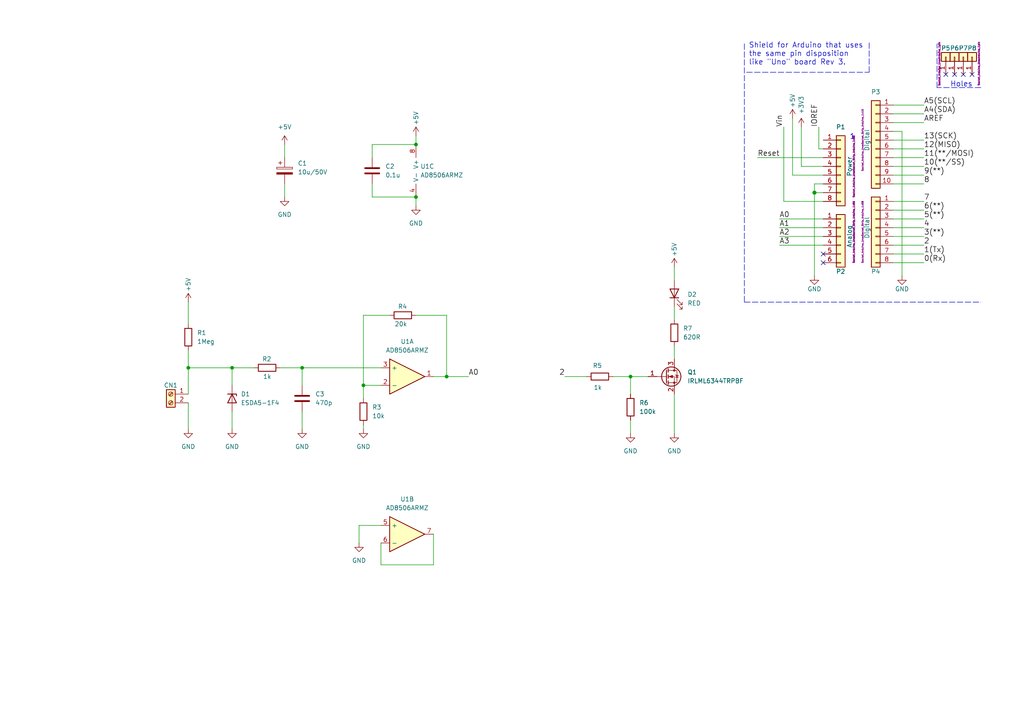
<source format=kicad_sch>
(kicad_sch (version 20211123) (generator eeschema)
  (paper "A4")
  (title_block (title "Detect Registance Change") (date "2024-10-15") (rev "1.0.0") (company "nonn_noz_nonn"))
  (lib_symbols
    (symbol "Connector:Screw_Terminal_01x02" (pin_names (offset 1.016) hide)
      (property "Reference" "J" (at 0 2.54 0))
      (property "Value" "Screw_Terminal_01x02" (at 0 -5.08 0))
      (symbol "Screw_Terminal_01x02_1_1"
        (rectangle (start -1.27 1.27) (end 1.27 -3.81) (stroke (width 0.254)) (fill (type background)))
        (circle (center 0 -2.54) (radius 0.635) (stroke (width 0.1524)))
        (polyline (pts (xy -0.5334 -2.2098) (xy 0.3302 -3.048)) (stroke (width 0.1524)))
        (polyline (pts (xy -0.5334 0.3302) (xy 0.3302 -0.508)) (stroke (width 0.1524)))
        (polyline (pts (xy -0.3556 -2.032) (xy 0.508 -2.8702)) (stroke (width 0.1524)))
        (polyline (pts (xy -0.3556 0.508) (xy 0.508 -0.3302)) (stroke (width 0.1524)))
        (circle (center 0 0) (radius 0.635) (stroke (width 0.1524)))
        (pin passive line (at -5.08 0 0) (length 3.81) (name "Pin_1") (number "1"))
        (pin passive line (at -5.08 -2.54 0) (length 3.81) (name "Pin_2") (number "2"))
      )
    )
    (symbol "Connector_Generic:Conn_01x01" (pin_names (offset 1.016) hide)
      (property "Reference" "J" (at 0 2.54 0))
      (property "Value" "Conn_01x01" (at 0 -2.54 0))
      (symbol "Conn_01x01_1_1"
        (rectangle (start -1.27 0.127) (end 0 -0.127) (stroke (width 0.1524)))
        (rectangle (start -1.27 1.27) (end 1.27 -1.27) (stroke (width 0.254)) (fill (type background)))
        (pin passive line (at -5.08 0 0) (length 3.81) (name "Pin_1") (number "1"))
      )
    )
    (symbol "Connector_Generic:Conn_01x06" (pin_names (offset 1.016) hide)
      (property "Reference" "J" (at 0 7.62 0))
      (property "Value" "Conn_01x06" (at 0 -10.16 0))
      (symbol "Conn_01x06_1_1"
        (rectangle (start -1.27 -7.493) (end 0 -7.747) (stroke (width 0.1524)))
        (rectangle (start -1.27 -4.953) (end 0 -5.207) (stroke (width 0.1524)))
        (rectangle (start -1.27 -2.413) (end 0 -2.667) (stroke (width 0.1524)))
        (rectangle (start -1.27 0.127) (end 0 -0.127) (stroke (width 0.1524)))
        (rectangle (start -1.27 2.667) (end 0 2.413) (stroke (width 0.1524)))
        (rectangle (start -1.27 5.207) (end 0 4.953) (stroke (width 0.1524)))
        (rectangle (start -1.27 6.35) (end 1.27 -8.89) (stroke (width 0.254)) (fill (type background)))
        (pin passive line (at -5.08 5.08 0) (length 3.81) (name "Pin_1") (number "1"))
        (pin passive line (at -5.08 2.54 0) (length 3.81) (name "Pin_2") (number "2"))
        (pin passive line (at -5.08 0 0) (length 3.81) (name "Pin_3") (number "3"))
        (pin passive line (at -5.08 -2.54 0) (length 3.81) (name "Pin_4") (number "4"))
        (pin passive line (at -5.08 -5.08 0) (length 3.81) (name "Pin_5") (number "5"))
        (pin passive line (at -5.08 -7.62 0) (length 3.81) (name "Pin_6") (number "6"))
      )
    )
    (symbol "Connector_Generic:Conn_01x08" (pin_names (offset 1.016) hide)
      (property "Reference" "J" (at 0 10.16 0))
      (property "Value" "Conn_01x08" (at 0 -12.7 0))
      (symbol "Conn_01x08_1_1"
        (rectangle (start -1.27 -10.033) (end 0 -10.287) (stroke (width 0.1524)))
        (rectangle (start -1.27 -7.493) (end 0 -7.747) (stroke (width 0.1524)))
        (rectangle (start -1.27 -4.953) (end 0 -5.207) (stroke (width 0.1524)))
        (rectangle (start -1.27 -2.413) (end 0 -2.667) (stroke (width 0.1524)))
        (rectangle (start -1.27 0.127) (end 0 -0.127) (stroke (width 0.1524)))
        (rectangle (start -1.27 2.667) (end 0 2.413) (stroke (width 0.1524)))
        (rectangle (start -1.27 5.207) (end 0 4.953) (stroke (width 0.1524)))
        (rectangle (start -1.27 7.747) (end 0 7.493) (stroke (width 0.1524)))
        (rectangle (start -1.27 8.89) (end 1.27 -11.43) (stroke (width 0.254)) (fill (type background)))
        (pin passive line (at -5.08 7.62 0) (length 3.81) (name "Pin_1") (number "1"))
        (pin passive line (at -5.08 5.08 0) (length 3.81) (name "Pin_2") (number "2"))
        (pin passive line (at -5.08 2.54 0) (length 3.81) (name "Pin_3") (number "3"))
        (pin passive line (at -5.08 0 0) (length 3.81) (name "Pin_4") (number "4"))
        (pin passive line (at -5.08 -2.54 0) (length 3.81) (name "Pin_5") (number "5"))
        (pin passive line (at -5.08 -5.08 0) (length 3.81) (name "Pin_6") (number "6"))
        (pin passive line (at -5.08 -7.62 0) (length 3.81) (name "Pin_7") (number "7"))
        (pin passive line (at -5.08 -10.16 0) (length 3.81) (name "Pin_8") (number "8"))
      )
    )
    (symbol "Connector_Generic:Conn_01x10" (pin_names (offset 1.016) hide)
      (property "Reference" "J" (at 0 12.7 0))
      (property "Value" "Conn_01x10" (at 0 -15.24 0))
      (symbol "Conn_01x10_1_1"
        (rectangle (start -1.27 -12.573) (end 0 -12.827) (stroke (width 0.1524)))
        (rectangle (start -1.27 -10.033) (end 0 -10.287) (stroke (width 0.1524)))
        (rectangle (start -1.27 -7.493) (end 0 -7.747) (stroke (width 0.1524)))
        (rectangle (start -1.27 -4.953) (end 0 -5.207) (stroke (width 0.1524)))
        (rectangle (start -1.27 -2.413) (end 0 -2.667) (stroke (width 0.1524)))
        (rectangle (start -1.27 0.127) (end 0 -0.127) (stroke (width 0.1524)))
        (rectangle (start -1.27 2.667) (end 0 2.413) (stroke (width 0.1524)))
        (rectangle (start -1.27 5.207) (end 0 4.953) (stroke (width 0.1524)))
        (rectangle (start -1.27 7.747) (end 0 7.493) (stroke (width 0.1524)))
        (rectangle (start -1.27 10.287) (end 0 10.033) (stroke (width 0.1524)))
        (rectangle (start -1.27 11.43) (end 1.27 -13.97) (stroke (width 0.254)) (fill (type background)))
        (pin passive line (at -5.08 10.16 0) (length 3.81) (name "Pin_1") (number "1"))
        (pin passive line (at -5.08 -12.7 0) (length 3.81) (name "Pin_10") (number "10"))
        (pin passive line (at -5.08 7.62 0) (length 3.81) (name "Pin_2") (number "2"))
        (pin passive line (at -5.08 5.08 0) (length 3.81) (name "Pin_3") (number "3"))
        (pin passive line (at -5.08 2.54 0) (length 3.81) (name "Pin_4") (number "4"))
        (pin passive line (at -5.08 0 0) (length 3.81) (name "Pin_5") (number "5"))
        (pin passive line (at -5.08 -2.54 0) (length 3.81) (name "Pin_6") (number "6"))
        (pin passive line (at -5.08 -5.08 0) (length 3.81) (name "Pin_7") (number "7"))
        (pin passive line (at -5.08 -7.62 0) (length 3.81) (name "Pin_8") (number "8"))
        (pin passive line (at -5.08 -10.16 0) (length 3.81) (name "Pin_9") (number "9"))
      )
    )
    (symbol "Device:C" (pin_numbers hide) (pin_names (offset 0.254))
      (property "Reference" "C" (at 0.635 2.54 0))
      (property "Value" "C" (at 0.635 -2.54 0))
      (symbol "C_0_1"
        (polyline (pts (xy -2.032 -0.762) (xy 2.032 -0.762)) (stroke (width 0.508)))
        (polyline (pts (xy -2.032 0.762) (xy 2.032 0.762)) (stroke (width 0.508)))
      )
      (symbol "C_1_1"
        (pin passive line (at 0 3.81 270) (length 2.794) (name "~") (number "1"))
        (pin passive line (at 0 -3.81 90) (length 2.794) (name "~") (number "2"))
      )
    )
    (symbol "Device:C_Polarized" (pin_numbers hide) (pin_names (offset 0.254))
      (property "Reference" "C" (at 0.635 2.54 0))
      (property "Value" "C_Polarized" (at 0.635 -2.54 0))
      (symbol "C_Polarized_0_1"
        (rectangle (start -2.286 0.508) (end 2.286 1.016))
        (polyline (pts (xy -1.778 2.286) (xy -0.762 2.286)))
        (polyline (pts (xy -1.27 2.794) (xy -1.27 1.778)))
        (rectangle (start 2.286 -0.508) (end -2.286 -1.016) (fill (type outline)))
      )
      (symbol "C_Polarized_1_1"
        (pin passive line (at 0 3.81 270) (length 2.794) (name "~") (number "1"))
        (pin passive line (at 0 -3.81 90) (length 2.794) (name "~") (number "2"))
      )
    )
    (symbol "Device:D_Zener" (pin_numbers hide) (pin_names (offset 1.016) hide)
      (property "Reference" "D" (at 0 2.54 0))
      (property "Value" "D_Zener" (at 0 -2.54 0))
      (symbol "D_Zener_0_1"
        (polyline (pts (xy 1.27 0) (xy -1.27 0)))
        (polyline (pts (xy -1.27 -1.27) (xy -1.27 1.27) (xy -0.762 1.27)) (stroke (width 0.254)))
        (polyline (pts (xy 1.27 -1.27) (xy 1.27 1.27) (xy -1.27 0) (xy 1.27 -1.27)) (stroke (width 0.254)))
      )
      (symbol "D_Zener_1_1"
        (pin passive line (at -3.81 0 0) (length 2.54) (name "K") (number "1"))
        (pin passive line (at 3.81 0 180) (length 2.54) (name "A") (number "2"))
      )
    )
    (symbol "Device:LED" (pin_numbers hide) (pin_names (offset 1.016) hide)
      (property "Reference" "D" (at 0 2.54 0))
      (property "Value" "LED" (at 0 -2.54 0))
      (symbol "LED_0_1"
        (polyline (pts (xy -1.27 -1.27) (xy -1.27 1.27)) (stroke (width 0.254)))
        (polyline (pts (xy -1.27 0) (xy 1.27 0)))
        (polyline (pts (xy 1.27 -1.27) (xy 1.27 1.27) (xy -1.27 0) (xy 1.27 -1.27)) (stroke (width 0.254)))
        (polyline (pts (xy -3.048 -0.762) (xy -4.572 -2.286) (xy -3.81 -2.286) (xy -4.572 -2.286) (xy -4.572 -1.524)))
        (polyline (pts (xy -1.778 -0.762) (xy -3.302 -2.286) (xy -2.54 -2.286) (xy -3.302 -2.286) (xy -3.302 -1.524)))
      )
      (symbol "LED_1_1"
        (pin passive line (at -3.81 0 0) (length 2.54) (name "K") (number "1"))
        (pin passive line (at 3.81 0 180) (length 2.54) (name "A") (number "2"))
      )
    )
    (symbol "Device:Opamp_Dual"
      (property "Reference" "U" (at 0 5.08 0))
      (property "Value" "Opamp_Dual" (at 0 -5.08 0))
      (symbol "Opamp_Dual_1_1"
        (polyline (pts (xy -5.08 5.08) (xy 5.08 0) (xy -5.08 -5.08) (xy -5.08 5.08)) (stroke (width 0.254)) (fill (type background)))
        (pin output line (at 7.62 0 180) (length 2.54) (name "~") (number "1"))
        (pin input line (at -7.62 -2.54 0) (length 2.54) (name "-") (number "2"))
        (pin input line (at -7.62 2.54 0) (length 2.54) (name "+") (number "3"))
      )
      (symbol "Opamp_Dual_2_1"
        (polyline (pts (xy -5.08 5.08) (xy 5.08 0) (xy -5.08 -5.08) (xy -5.08 5.08)) (stroke (width 0.254)) (fill (type background)))
        (pin input line (at -7.62 2.54 0) (length 2.54) (name "+") (number "5"))
        (pin input line (at -7.62 -2.54 0) (length 2.54) (name "-") (number "6"))
        (pin output line (at 7.62 0 180) (length 2.54) (name "~") (number "7"))
      )
      (symbol "Opamp_Dual_3_1"
        (pin power_in line (at -2.54 -7.62 90) (length 3.81) (name "V-") (number "4"))
        (pin power_in line (at -2.54 7.62 270) (length 3.81) (name "V+") (number "8"))
      )
    )
    (symbol "Device:Q_NMOS_GSD" (pin_names (offset 0) hide)
      (property "Reference" "Q" (at 5.08 1.27 0))
      (property "Value" "Q_NMOS_GSD" (at 5.08 -1.27 0))
      (symbol "Q_NMOS_GSD_0_1"
        (polyline (pts (xy 0.254 0) (xy -2.54 0)))
        (polyline (pts (xy 0.254 1.905) (xy 0.254 -1.905)) (stroke (width 0.254)))
        (polyline (pts (xy 0.762 -1.27) (xy 0.762 -2.286)) (stroke (width 0.254)))
        (polyline (pts (xy 0.762 0.508) (xy 0.762 -0.508)) (stroke (width 0.254)))
        (polyline (pts (xy 0.762 2.286) (xy 0.762 1.27)) (stroke (width 0.254)))
        (polyline (pts (xy 2.54 2.54) (xy 2.54 1.778)))
        (polyline (pts (xy 2.54 -2.54) (xy 2.54 0) (xy 0.762 0)))
        (polyline (pts (xy 0.762 -1.778) (xy 3.302 -1.778) (xy 3.302 1.778) (xy 0.762 1.778)))
        (polyline (pts (xy 1.016 0) (xy 2.032 0.381) (xy 2.032 -0.381) (xy 1.016 0)) (fill (type outline)))
        (polyline (pts (xy 2.794 0.508) (xy 2.921 0.381) (xy 3.683 0.381) (xy 3.81 0.254)))
        (polyline (pts (xy 3.302 0.381) (xy 2.921 -0.254) (xy 3.683 -0.254) (xy 3.302 0.381)))
        (circle (center 1.651 0) (radius 2.794) (stroke (width 0.254)))
        (circle (center 2.54 -1.778) (radius 0.254) (fill (type outline)))
        (circle (center 2.54 1.778) (radius 0.254) (fill (type outline)))
      )
      (symbol "Q_NMOS_GSD_1_1"
        (pin input line (at -5.08 0 0) (length 2.54) (name "G") (number "1"))
        (pin passive line (at 2.54 -5.08 90) (length 2.54) (name "S") (number "2"))
        (pin passive line (at 2.54 5.08 270) (length 2.54) (name "D") (number "3"))
      )
    )
    (symbol "Device:R" (pin_numbers hide) (pin_names (offset 0))
      (property "Reference" "R" (at 2.032 0 90))
      (property "Value" "R" (at 0 0 90))
      (symbol "R_0_1"
        (rectangle (start -1.016 -2.54) (end 1.016 2.54) (stroke (width 0.254)))
      )
      (symbol "R_1_1"
        (pin passive line (at 0 3.81 270) (length 1.27) (name "~") (number "1"))
        (pin passive line (at 0 -3.81 90) (length 1.27) (name "~") (number "2"))
      )
    )
    (symbol "power:+3.3V" (power) (pin_names (offset 0))
      (property "Value" "+3.3V" (at 0 3.556 0))
      (symbol "+3.3V_0_1"
        (polyline (pts (xy -0.762 1.27) (xy 0 2.54)))
        (polyline (pts (xy 0 0) (xy 0 2.54)))
        (polyline (pts (xy 0 2.54) (xy 0.762 1.27)))
      )
      (symbol "+3.3V_1_1"
        (pin power_in line (at 0 0 90) (length 0) hide (name "+3V3") (number "1"))
      )
    )
    (symbol "power:+5V" (power) (pin_names (offset 0))
      (property "Value" "+5V" (at 0 3.556 0))
      (symbol "+5V_0_1"
        (polyline (pts (xy -0.762 1.27) (xy 0 2.54)))
        (polyline (pts (xy 0 0) (xy 0 2.54)))
        (polyline (pts (xy 0 2.54) (xy 0.762 1.27)))
      )
      (symbol "+5V_1_1"
        (pin power_in line (at 0 0 90) (length 0) hide (name "+5V") (number "1"))
      )
    )
    (symbol "power:GND" (power) (pin_names (offset 0))
      (property "Value" "GND" (at 0 -3.81 0))
      (symbol "GND_0_1"
        (polyline (pts (xy 0 0) (xy 0 -1.27) (xy 1.27 -1.27) (xy 0 -2.54) (xy -1.27 -1.27) (xy 0 -1.27)))
      )
      (symbol "GND_1_1"
        (pin power_in line (at 0 0 270) (length 0) hide (name "GND") (number "1"))
      )
    )
  )
  (junction (at 120.65 57.15))
  (junction (at 236.22 55.88) (diameter 1.016))
  (junction (at 129.54 109.22))
  (junction (at 105.41 111.76))
  (junction (at 67.31 106.68))
  (junction (at 120.65 41.91))
  (junction (at 87.63 106.68))
  (junction (at 182.88 109.22))
  (junction (at 54.61 106.68))
  (no_connect (at 279.4 21.59))
  (no_connect (at 274.32 21.59))
  (no_connect (at 276.86 21.59))
  (no_connect (at 281.94 21.59))
  (no_connect (at 238.76 73.66))
  (no_connect (at 238.76 76.2))
  (wire (pts (xy 67.31 106.68) (xy 67.31 111.76)))
  (wire (pts (xy 238.76 48.26) (xy 232.41 48.26)))
  (wire (pts (xy 238.76 71.12) (xy 226.06 71.12)))
  (wire (pts (xy 195.58 88.9) (xy 195.58 92.71)))
  (polyline (pts (xy 252.095 20.955) (xy 252.095 12.065)) (stroke (width 0) (type dash)))
  (wire (pts (xy 105.41 111.76) (xy 110.49 111.76)))
  (wire (pts (xy 259.08 63.5) (xy 267.97 63.5)))
  (wire (pts (xy 129.54 91.44) (xy 129.54 109.22)))
  (wire (pts (xy 163.83 109.22) (xy 170.18 109.22)))
  (wire (pts (xy 67.31 106.68) (xy 73.66 106.68)))
  (wire (pts (xy 104.14 152.4) (xy 110.49 152.4)))
  (wire (pts (xy 236.22 53.34) (xy 236.22 55.88)))
  (wire (pts (xy 259.08 43.18) (xy 267.97 43.18)))
  (wire (pts (xy 113.03 91.44) (xy 105.41 91.44)))
  (wire (pts (xy 261.62 38.1) (xy 261.62 80.01)))
  (wire (pts (xy 238.76 53.34) (xy 236.22 53.34)))
  (wire (pts (xy 195.58 114.3) (xy 195.58 125.73)))
  (wire (pts (xy 110.49 157.48) (xy 110.49 163.83)))
  (wire (pts (xy 107.95 57.15) (xy 120.65 57.15)))
  (wire (pts (xy 259.08 53.34) (xy 267.97 53.34)))
  (wire (pts (xy 237.49 43.18) (xy 238.76 43.18)))
  (wire (pts (xy 238.76 50.8) (xy 229.87 50.8)))
  (wire (pts (xy 87.63 119.38) (xy 87.63 124.46)))
  (wire (pts (xy 54.61 101.6) (xy 54.61 106.68)))
  (wire (pts (xy 259.08 40.64) (xy 267.97 40.64)))
  (wire (pts (xy 195.58 77.47) (xy 195.58 81.28)))
  (wire (pts (xy 259.08 58.42) (xy 267.97 58.42)))
  (wire (pts (xy 238.76 66.04) (xy 226.06 66.04)))
  (wire (pts (xy 105.41 123.19) (xy 105.41 124.46)))
  (wire (pts (xy 120.65 57.15) (xy 120.65 59.69)))
  (wire (pts (xy 259.08 30.48) (xy 267.97 30.48)))
  (wire (pts (xy 259.08 71.12) (xy 267.97 71.12)))
  (wire (pts (xy 182.88 121.92) (xy 182.88 125.73)))
  (wire (pts (xy 238.76 58.42) (xy 227.33 58.42)))
  (wire (pts (xy 177.8 109.22) (xy 182.88 109.22)))
  (wire (pts (xy 105.41 111.76) (xy 105.41 115.57)))
  (wire (pts (xy 238.76 63.5) (xy 226.06 63.5)))
  (wire (pts (xy 82.55 41.91) (xy 82.55 45.72)))
  (wire (pts (xy 104.14 157.48) (xy 104.14 152.4)))
  (wire (pts (xy 259.08 45.72) (xy 267.97 45.72)))
  (polyline (pts (xy 284.48 25.4) (xy 271.78 25.4)) (stroke (width 0) (type dash)))
  (wire (pts (xy 125.73 154.94) (xy 125.73 163.83)))
  (wire (pts (xy 87.63 106.68) (xy 87.63 111.76)))
  (wire (pts (xy 238.76 45.72) (xy 219.71 45.72)))
  (wire (pts (xy 259.08 38.1) (xy 261.62 38.1)))
  (wire (pts (xy 238.76 55.88) (xy 236.22 55.88)))
  (wire (pts (xy 259.08 50.8) (xy 267.97 50.8)))
  (wire (pts (xy 129.54 109.22) (xy 125.73 109.22)))
  (wire (pts (xy 236.22 55.88) (xy 236.22 80.01)))
  (wire (pts (xy 227.33 58.42) (xy 227.33 36.83)))
  (wire (pts (xy 67.31 119.38) (xy 67.31 124.46)))
  (polyline (pts (xy 215.9 87.63) (xy 284.48 87.63)) (stroke (width 0) (type dash)))
  (wire (pts (xy 107.95 41.91) (xy 120.65 41.91)))
  (wire (pts (xy 259.08 68.58) (xy 267.97 68.58)))
  (wire (pts (xy 87.63 106.68) (xy 110.49 106.68)))
  (wire (pts (xy 259.08 73.66) (xy 267.97 73.66)))
  (wire (pts (xy 120.65 39.37) (xy 120.65 41.91)))
  (polyline (pts (xy 271.78 25.4) (xy 271.78 12.7)) (stroke (width 0) (type dash)))
  (wire (pts (xy 259.08 60.96) (xy 267.97 60.96)))
  (wire (pts (xy 105.41 91.44) (xy 105.41 111.76)))
  (wire (pts (xy 82.55 53.34) (xy 82.55 57.15)))
  (wire (pts (xy 129.54 109.22) (xy 135.89 109.22)))
  (wire (pts (xy 229.87 50.8) (xy 229.87 34.29)))
  (wire (pts (xy 54.61 106.68) (xy 67.31 106.68)))
  (wire (pts (xy 81.28 106.68) (xy 87.63 106.68)))
  (wire (pts (xy 54.61 106.68) (xy 54.61 114.3)))
  (wire (pts (xy 259.08 33.02) (xy 267.97 33.02)))
  (wire (pts (xy 107.95 45.72) (xy 107.95 41.91)))
  (wire (pts (xy 195.58 100.33) (xy 195.58 104.14)))
  (wire (pts (xy 259.08 66.04) (xy 267.97 66.04)))
  (wire (pts (xy 259.08 35.56) (xy 267.97 35.56)))
  (polyline (pts (xy 215.9 12.7) (xy 215.9 87.63)) (stroke (width 0) (type dash)))
  (wire (pts (xy 182.88 109.22) (xy 182.88 114.3)))
  (wire (pts (xy 54.61 87.63) (xy 54.61 93.98)))
  (wire (pts (xy 232.41 48.26) (xy 232.41 36.83)))
  (wire (pts (xy 237.49 36.83) (xy 237.49 43.18)))
  (wire (pts (xy 110.49 163.83) (xy 125.73 163.83)))
  (wire (pts (xy 54.61 116.84) (xy 54.61 124.46)))
  (wire (pts (xy 120.65 91.44) (xy 129.54 91.44)))
  (wire (pts (xy 259.08 76.2) (xy 267.97 76.2)))
  (wire (pts (xy 259.08 48.26) (xy 267.97 48.26)))
  (wire (pts (xy 107.95 53.34) (xy 107.95 57.15)))
  (wire (pts (xy 182.88 109.22) (xy 187.96 109.22)))
  (wire (pts (xy 238.76 68.58) (xy 226.06 68.58)))
  (polyline (pts (xy 216.535 20.955) (xy 252.095 20.955)) (stroke (width 0) (type dash)))
  (text "Holes" (at 275.59 25.4 0) (effects (font (size 1.524 1.524)) (justify left bottom)))
  (text "Shield for Arduino that uses\nthe same pin disposition\nlike \"Uno\" board Rev 3." (at 217.17 19.05 0) (effects (font (size 1.524 1.524)) (justify left bottom)))
  (text "1" (at 246.38 40.64 0) (effects (font (size 1.524 1.524)) (justify left bottom)))
  (label "Vin" (at 227.33 36.83 90) (effects (font (size 1.524 1.524))))
  (label "0(Rx)" (at 267.97 76.2 0) (effects (font (size 1.524 1.524))))
  (label "2" (at 163.83 109.22 180) (effects (font (size 1.524 1.524))))
  (label "4" (at 267.97 66.04 0) (effects (font (size 1.524 1.524))))
  (label "A0" (at 135.89 109.22 0) (effects (font (size 1.524 1.524))))
  (label "5(**)" (at 267.97 63.5 0) (effects (font (size 1.524 1.524))))
  (label "A2" (at 226.06 68.58 0) (effects (font (size 1.524 1.524))))
  (label "A0" (at 226.06 63.5 0) (effects (font (size 1.524 1.524))))
  (label "A1" (at 226.06 66.04 0) (effects (font (size 1.524 1.524))))
  (label "10(**/SS)" (at 267.97 48.26 0) (effects (font (size 1.524 1.524))))
  (label "13(SCK)" (at 267.97 40.64 0) (effects (font (size 1.524 1.524))))
  (label "7" (at 267.97 58.42 0) (effects (font (size 1.524 1.524))))
  (label "A4(SDA)" (at 267.97 33.02 0) (effects (font (size 1.524 1.524))))
  (label "A3" (at 226.06 71.12 0) (effects (font (size 1.524 1.524))))
  (label "Reset" (at 219.71 45.72 0) (effects (font (size 1.524 1.524))))
  (label "2" (at 267.97 71.12 0) (effects (font (size 1.524 1.524))))
  (label "12(MISO)" (at 267.97 43.18 0) (effects (font (size 1.524 1.524))))
  (label "3(**)" (at 267.97 68.58 0) (effects (font (size 1.524 1.524))))
  (label "9(**)" (at 267.97 50.8 0) (effects (font (size 1.524 1.524))))
  (label "8" (at 267.97 53.34 0) (effects (font (size 1.524 1.524))))
  (label "A5(SCL)" (at 267.97 30.48 0) (effects (font (size 1.524 1.524))))
  (label "IOREF" (at 237.49 36.83 90) (effects (font (size 1.524 1.524))))
  (label "AREF" (at 267.97 35.56 0) (effects (font (size 1.524 1.524))))
  (label "11(**/MOSI)" (at 267.97 45.72 0) (effects (font (size 1.524 1.524))))
  (label "1(Tx)" (at 267.97 73.66 0) (effects (font (size 1.524 1.524))))
  (label "6(**)" (at 267.97 60.96 0) (effects (font (size 1.524 1.524))))
  (symbol (lib_id "Connector_Generic:Conn_01x08") (at 243.84 48.26 0) (unit 1)
    (property "Reference" "P1" (at 243.84 36.83 0))
    (property "Value" "Power" (at 246.38 48.26 90))
    (property "Footprint" "Socket_Arduino_Uno:Socket_Strip_Arduino_1x08" (at 247.65 48.26 90) (effects (font (size 0.508 0.508))))
  )
  (symbol (lib_id "power:+3.3V") (at 232.41 36.83 0) (unit 1)
    (property "Reference" "#PWR01" (effects hide))
    (property "Value" "+3.3V" (at 232.41 30.48 90))
  )
  (symbol (lib_id "power:+5V") (at 229.87 34.29 0) (unit 1)
    (property "Reference" "#PWR02" (effects hide))
    (property "Value" "+5V" (at 229.87 29.21 90))
  )
  (symbol (lib_id "power:GND") (at 236.22 80.01 0) (unit 1)
    (property "Reference" "#PWR0111" (effects hide))
    (property "Value" "GND" (at 236.22 83.82 0))
  )
  (symbol (lib_id "power:GND") (at 261.62 80.01 0) (unit 1)
    (property "Reference" "#PWR0110" (effects hide))
    (property "Value" "GND" (at 261.62 83.82 0))
  )
  (symbol (lib_id "Connector_Generic:Conn_01x06") (at 243.84 68.58 0) (unit 1)
    (property "Reference" "P2" (at 243.84 78.74 0))
    (property "Value" "Analog" (at 246.38 68.58 90))
    (property "Footprint" "Socket_Arduino_Uno:Socket_Strip_Arduino_1x06" (at 247.65 67.31 90) (effects (font (size 0.508 0.508))))
  )
  (symbol (lib_id "Connector_Generic:Conn_01x01") (at 274.32 16.51 90) (unit 1)
    (property "Reference" "P5" (at 274.32 13.97 90))
    (property "Value" "CONN_01X01" (effects hide))
    (property "Footprint" "Socket_Arduino_Uno:Arduino_1pin" (at 272.4404 18.5166 0) (effects (font (size 0.508 0.508))))
  )
  (symbol (lib_id "Connector_Generic:Conn_01x01") (at 276.86 16.51 90) (unit 1)
    (property "Reference" "P6" (at 276.86 13.97 90))
    (property "Value" "CONN_01X01" (effects hide))
    (property "Footprint" "Socket_Arduino_Uno:Arduino_1pin" (effects hide))
  )
  (symbol (lib_id "Connector_Generic:Conn_01x01") (at 279.4 16.51 90) (unit 1)
    (property "Reference" "P7" (at 279.4 13.97 90))
    (property "Value" "CONN_01X01" (effects hide))
    (property "Footprint" "Socket_Arduino_Uno:Arduino_1pin" (effects hide))
  )
  (symbol (lib_id "Connector_Generic:Conn_01x01") (at 281.94 16.51 90) (unit 1)
    (property "Reference" "P8" (at 281.94 13.97 90))
    (property "Value" "CONN_01X01" (effects hide))
    (property "Footprint" "Socket_Arduino_Uno:Arduino_1pin" (at 283.9212 18.4404 0) (effects (font (size 0.508 0.508))))
  )
  (symbol (lib_id "Connector_Generic:Conn_01x08") (at 254 66.04 0) (mirror y) (unit 1)
    (property "Reference" "P4" (at 254 78.74 0))
    (property "Value" "Digital" (at 251.46 66.04 90))
    (property "Footprint" "Socket_Arduino_Uno:Socket_Strip_Arduino_1x08" (at 250.19 67.31 90) (effects (font (size 0.508 0.508))))
  )
  (symbol (lib_id "Connector_Generic:Conn_01x10") (at 254 40.64 0) (mirror y) (unit 1)
    (property "Reference" "P3" (at 254 26.67 0))
    (property "Value" "Digital" (at 251.46 40.64 90))
    (property "Footprint" "Socket_Arduino_Uno:Socket_Strip_Arduino_1x10" (at 250.19 40.64 90) (effects (font (size 0.508 0.508))))
  )
  (symbol (lib_id "Device:Opamp_Dual") (at 118.11 154.94 0) (unit 2)
    (property "Reference" "U1" (at 118.11 144.78 0))
    (property "Value" "AD8506ARMZ" (at 118.11 147.32 0))
    (property "Footprint" "Package_SO:TSSOP-8_3x3mm_P0.65mm" (effects hide))
  )
  (symbol (lib_id "power:+5V") (at 82.55 41.91 0) (unit 1)
    (property "Reference" "#PWR05" (effects hide))
    (property "Value" "+5V" (at 82.55 36.83 0))
  )
  (symbol (lib_id "power:GND") (at 104.14 157.48 0) (unit 1)
    (property "Reference" "#PWR0101" (effects hide))
    (property "Value" "GND" (at 104.14 162.56 0))
  )
  (symbol (lib_id "Device:Q_NMOS_GSD") (at 193.04 109.22 0) (unit 1)
    (property "Reference" "Q1" (at 199.39 107.9499 0) (effects (justify left)))
    (property "Value" "IRLML6344TRPBF" (at 199.39 110.4899 0) (effects (justify left)))
    (property "Footprint" "Package_TO_SOT_SMD:SOT-23" (effects hide))
  )
  (symbol (lib_id "Device:R") (at 116.84 91.44 90) (unit 1)
    (property "Reference" "R4" (at 118.11 88.9 90) (effects (justify left)))
    (property "Value" "20k" (at 118.11 93.98 90) (effects (justify left)))
    (property "Footprint" "Resistor_SMD:R_0603_1608Metric" (effects hide))
  )
  (symbol (lib_id "Device:R") (at 182.88 118.11 0) (unit 1)
    (property "Reference" "R6" (at 185.42 116.8399 0) (effects (justify left)))
    (property "Value" "100k" (at 185.42 119.3799 0) (effects (justify left)))
    (property "Footprint" "Resistor_SMD:R_0603_1608Metric" (effects hide))
  )
  (symbol (lib_id "Device:R") (at 195.58 96.52 0) (unit 1)
    (property "Reference" "R7" (at 198.12 95.2499 0) (effects (justify left)))
    (property "Value" "620R" (at 198.12 97.7899 0) (effects (justify left)))
    (property "Footprint" "Resistor_SMD:R_0603_1608Metric" (effects hide))
  )
  (symbol (lib_id "power:GND") (at 67.31 124.46 0) (unit 1)
    (property "Reference" "#PWR0107" (effects hide))
    (property "Value" "GND" (at 67.31 129.54 0))
  )
  (symbol (lib_id "power:GND") (at 120.65 59.69 0) (unit 1)
    (property "Reference" "#PWR0104" (effects hide))
    (property "Value" "GND" (at 120.65 64.77 0))
  )
  (symbol (lib_id "power:GND") (at 87.63 124.46 0) (unit 1)
    (property "Reference" "#PWR0108" (effects hide))
    (property "Value" "GND" (at 87.63 129.54 0))
  )
  (symbol (lib_id "Device:R") (at 173.99 109.22 90) (unit 1)
    (property "Reference" "R5" (at 174.625 106.045 90) (effects (justify left)))
    (property "Value" "1k" (at 174.625 112.395 90) (effects (justify left)))
    (property "Footprint" "Resistor_SMD:R_0603_1608Metric" (effects hide))
  )
  (symbol (lib_id "Connector:Screw_Terminal_01x02") (at 49.53 114.3 0) (mirror y) (unit 1)
    (property "Reference" "CN1" (at 49.53 111.76 0))
    (property "Value" "Screw_Terminal_01x02" (effects hide))
    (property "Footprint" "Connector_PinSocket_2.54mm:PinSocket_1x02_P2.54mm_Vertical" (effects hide))
  )
  (symbol (lib_id "Device:C") (at 107.95 49.53 0) (unit 1)
    (property "Reference" "C2" (at 111.76 48.2599 0) (effects (justify left)))
    (property "Value" "0.1u" (at 111.76 50.7999 0) (effects (justify left)))
    (property "Footprint" "Capacitor_SMD:C_0603_1608Metric" (effects hide))
  )
  (symbol (lib_id "Device:R") (at 77.47 106.68 90) (unit 1)
    (property "Reference" "R2" (at 78.74 104.14 90) (effects (justify left)))
    (property "Value" "1k" (at 78.74 109.22 90) (effects (justify left)))
    (property "Footprint" "Resistor_SMD:R_0603_1608Metric" (effects hide))
  )
  (symbol (lib_id "Device:D_Zener") (at 67.31 115.57 270) (unit 1)
    (property "Reference" "D1" (at 69.85 114.2999 90) (effects (justify left)))
    (property "Value" "ESDA5-1F4" (at 69.85 116.8399 90) (effects (justify left)))
    (property "Footprint" "Diode_SMD:D_0201_0603Metric" (effects hide))
  )
  (symbol (lib_id "Device:C_Polarized") (at 82.55 49.53 0) (unit 1)
    (property "Reference" "C1" (at 86.36 47.3709 0) (effects (justify left)))
    (property "Value" "10u/50V" (at 86.36 49.9109 0) (effects (justify left)))
    (property "Footprint" "Capacitor_SMD:CP_Elec_5x5.4" (effects hide))
  )
  (symbol (lib_id "power:+5V") (at 120.65 39.37 0) (unit 1)
    (property "Reference" "#PWR03" (effects hide))
    (property "Value" "+5V" (at 120.65 34.29 90))
  )
  (symbol (lib_id "power:GND") (at 105.41 124.46 0) (unit 1)
    (property "Reference" "#PWR0109" (effects hide))
    (property "Value" "GND" (at 105.41 129.54 0))
  )
  (symbol (lib_id "Device:LED") (at 195.58 85.09 90) (unit 1)
    (property "Reference" "D2" (at 199.39 85.4074 90) (effects (justify right)))
    (property "Value" "RED" (at 199.39 87.9474 90) (effects (justify right)))
    (property "Footprint" "LED_SMD:LED_0603_1608Metric" (effects hide))
  )
  (symbol (lib_id "power:+5V") (at 54.61 87.63 0) (unit 1)
    (property "Reference" "#PWR06" (effects hide))
    (property "Value" "+5V" (at 54.61 82.55 90))
  )
  (symbol (lib_id "Device:R") (at 54.61 97.79 0) (unit 1)
    (property "Reference" "R1" (at 57.15 96.5199 0) (effects (justify left)))
    (property "Value" "1Meg" (at 57.15 99.0599 0) (effects (justify left)))
    (property "Footprint" "Resistor_SMD:R_0603_1608Metric" (effects hide))
  )
  (symbol (lib_id "power:GND") (at 54.61 124.46 0) (unit 1)
    (property "Reference" "#PWR0106" (effects hide))
    (property "Value" "GND" (at 54.61 129.54 0))
  )
  (symbol (lib_id "power:GND") (at 82.55 57.15 0) (unit 1)
    (property "Reference" "#PWR0105" (effects hide))
    (property "Value" "GND" (at 82.55 62.23 0))
  )
  (symbol (lib_id "Device:Opamp_Dual") (at 123.19 49.53 0) (unit 3)
    (property "Reference" "U1" (at 121.92 48.2599 0) (effects (justify left)))
    (property "Value" "AD8506ARMZ" (at 121.92 50.7999 0) (effects (justify left)))
    (property "Footprint" "Package_SO:TSSOP-8_3x3mm_P0.65mm" (effects hide))
  )
  (symbol (lib_id "Device:Opamp_Dual") (at 118.11 109.22 0) (unit 1)
    (property "Reference" "U1" (at 118.11 99.06 0))
    (property "Value" "AD8506ARMZ" (at 118.11 101.6 0))
    (property "Footprint" "Package_SO:TSSOP-8_3x3mm_P0.65mm" (effects hide))
  )
  (symbol (lib_id "Device:C") (at 87.63 115.57 0) (unit 1)
    (property "Reference" "C3" (at 91.44 114.2999 0) (effects (justify left)))
    (property "Value" "470p" (at 91.44 116.8399 0) (effects (justify left)))
    (property "Footprint" "Capacitor_SMD:C_0603_1608Metric" (effects hide))
  )
  (symbol (lib_id "power:+5V") (at 195.58 77.47 0) (unit 1)
    (property "Reference" "#PWR04" (effects hide))
    (property "Value" "+5V" (at 195.58 72.39 90))
  )
  (symbol (lib_id "Device:R") (at 105.41 119.38 0) (unit 1)
    (property "Reference" "R3" (at 107.95 118.1099 0) (effects (justify left)))
    (property "Value" "10k" (at 107.95 120.6499 0) (effects (justify left)))
    (property "Footprint" "Resistor_SMD:R_0603_1608Metric" (effects hide))
  )
  (symbol (lib_id "power:GND") (at 195.58 125.73 0) (unit 1)
    (property "Reference" "#PWR0102" (effects hide))
    (property "Value" "GND" (at 195.58 130.81 0))
  )
  (symbol (lib_id "power:GND") (at 182.88 125.73 0) (unit 1)
    (property "Reference" "#PWR0103" (effects hide))
    (property "Value" "GND" (at 182.88 130.81 0))
  )
)
</source>
